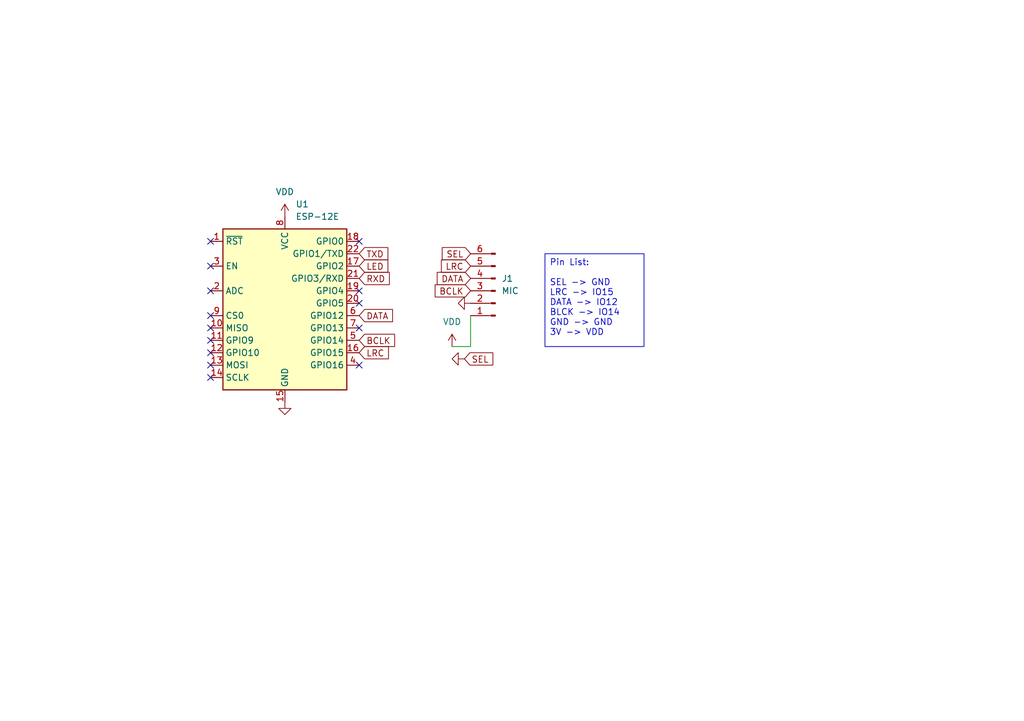
<source format=kicad_sch>
(kicad_sch (version 20230121) (generator eeschema)
  (paper "A5")
  (lib_symbols
    (symbol "Connector:Conn_01x06_Pin" (pin_names (offset 1.016) hide)
      (property "Reference" "J" (at 0 7.62 0))
      (property "Value" "Conn_01x06_Pin" (at 0 -10.16 0))
      (symbol "Conn_01x06_Pin_1_1"
        (polyline (pts (xy 1.27 -7.62) (xy 0.8636 -7.62)) (stroke (width 0.1524)))
        (polyline (pts (xy 1.27 -5.08) (xy 0.8636 -5.08)) (stroke (width 0.1524)))
        (polyline (pts (xy 1.27 -2.54) (xy 0.8636 -2.54)) (stroke (width 0.1524)))
        (polyline (pts (xy 1.27 0) (xy 0.8636 0)) (stroke (width 0.1524)))
        (polyline (pts (xy 1.27 2.54) (xy 0.8636 2.54)) (stroke (width 0.1524)))
        (polyline (pts (xy 1.27 5.08) (xy 0.8636 5.08)) (stroke (width 0.1524)))
        (rectangle (start 0.8636 -7.493) (end 0 -7.747) (stroke (width 0.1524)) (fill (type outline)))
        (rectangle (start 0.8636 -4.953) (end 0 -5.207) (stroke (width 0.1524)) (fill (type outline)))
        (rectangle (start 0.8636 -2.413) (end 0 -2.667) (stroke (width 0.1524)) (fill (type outline)))
        (rectangle (start 0.8636 0.127) (end 0 -0.127) (stroke (width 0.1524)) (fill (type outline)))
        (rectangle (start 0.8636 2.667) (end 0 2.413) (stroke (width 0.1524)) (fill (type outline)))
        (rectangle (start 0.8636 5.207) (end 0 4.953) (stroke (width 0.1524)) (fill (type outline)))
        (pin passive line (at 5.08 5.08 180) (length 3.81) (name "Pin_1") (number "1"))
        (pin passive line (at 5.08 2.54 180) (length 3.81) (name "Pin_2") (number "2"))
        (pin passive line (at 5.08 0 180) (length 3.81) (name "Pin_3") (number "3"))
        (pin passive line (at 5.08 -2.54 180) (length 3.81) (name "Pin_4") (number "4"))
        (pin passive line (at 5.08 -5.08 180) (length 3.81) (name "Pin_5") (number "5"))
        (pin passive line (at 5.08 -7.62 180) (length 3.81) (name "Pin_6") (number "6"))
      )
    )
    (symbol "RF_Module:ESP-12E"
      (property "Reference" "U" (at -12.7 19.05 0))
      (property "Value" "ESP-12E" (at 12.7 19.05 0))
      (symbol "ESP-12E_0_1"
        (rectangle (start -12.7 17.78) (end 12.7 -15.24) (stroke (width 0.254)) (fill (type background)))
      )
      (symbol "ESP-12E_1_1"
        (pin input line (at -15.24 15.24 0) (length 2.54) (name "~{RST}") (number "1"))
        (pin bidirectional line (at -15.24 -2.54 0) (length 2.54) (name "MISO") (number "10"))
        (pin bidirectional line (at -15.24 -5.08 0) (length 2.54) (name "GPIO9") (number "11"))
        (pin bidirectional line (at -15.24 -7.62 0) (length 2.54) (name "GPIO10") (number "12"))
        (pin bidirectional line (at -15.24 -10.16 0) (length 2.54) (name "MOSI") (number "13"))
        (pin bidirectional line (at -15.24 -12.7 0) (length 2.54) (name "SCLK") (number "14"))
        (pin power_in line (at 0 -17.78 90) (length 2.54) (name "GND") (number "15"))
        (pin bidirectional line (at 15.24 -7.62 180) (length 2.54) (name "GPIO15") (number "16"))
        (pin bidirectional line (at 15.24 10.16 180) (length 2.54) (name "GPIO2") (number "17"))
        (pin bidirectional line (at 15.24 15.24 180) (length 2.54) (name "GPIO0") (number "18"))
        (pin bidirectional line (at 15.24 5.08 180) (length 2.54) (name "GPIO4") (number "19"))
        (pin input line (at -15.24 5.08 0) (length 2.54) (name "ADC") (number "2"))
        (pin bidirectional line (at 15.24 2.54 180) (length 2.54) (name "GPIO5") (number "20"))
        (pin bidirectional line (at 15.24 7.62 180) (length 2.54) (name "GPIO3/RXD") (number "21"))
        (pin bidirectional line (at 15.24 12.7 180) (length 2.54) (name "GPIO1/TXD") (number "22"))
        (pin input line (at -15.24 10.16 0) (length 2.54) (name "EN") (number "3"))
        (pin bidirectional line (at 15.24 -10.16 180) (length 2.54) (name "GPIO16") (number "4"))
        (pin bidirectional line (at 15.24 -5.08 180) (length 2.54) (name "GPIO14") (number "5"))
        (pin bidirectional line (at 15.24 0 180) (length 2.54) (name "GPIO12") (number "6"))
        (pin bidirectional line (at 15.24 -2.54 180) (length 2.54) (name "GPIO13") (number "7"))
        (pin power_in line (at 0 20.32 270) (length 2.54) (name "VCC") (number "8"))
        (pin input line (at -15.24 0 0) (length 2.54) (name "CS0") (number "9"))
      )
    )
    (symbol "power:GND" (power) (pin_names (offset 0))
      (property "Value" "GND" (at 0 -3.81 0))
      (symbol "GND_0_1"
        (polyline (pts (xy 0 0) (xy 0 -1.27) (xy 1.27 -1.27) (xy 0 -2.54) (xy -1.27 -1.27) (xy 0 -1.27)))
      )
      (symbol "GND_1_1"
        (pin power_in line (at 0 0 270) (length 0) hide (name "GND") (number "1"))
      )
    )
    (symbol "power:VDD" (power) (pin_names (offset 0))
      (property "Value" "VDD" (at 0 3.81 0))
      (symbol "VDD_0_1"
        (polyline (pts (xy -0.762 1.27) (xy 0 2.54)))
        (polyline (pts (xy 0 0) (xy 0 2.54)))
        (polyline (pts (xy 0 2.54) (xy 0.762 1.27)))
      )
      (symbol "VDD_1_1"
        (pin power_in line (at 0 0 90) (length 0) hide (name "VDD") (number "1"))
      )
    )
  )
  (no_connect (at 43.18 72.39))
  (no_connect (at 43.18 77.47))
  (no_connect (at 43.18 49.53))
  (no_connect (at 73.66 74.93))
  (no_connect (at 43.18 54.61))
  (no_connect (at 43.18 67.31))
  (no_connect (at 73.66 49.53))
  (no_connect (at 73.66 59.69))
  (no_connect (at 73.66 67.31))
  (no_connect (at 43.18 59.69))
  (no_connect (at 73.66 62.23))
  (no_connect (at 43.18 64.77))
  (no_connect (at 43.18 74.93))
  (no_connect (at 43.18 69.85))
  (wire (pts (xy 96.52 64.77) (xy 96.52 71.12)))
  (wire (pts (xy 96.52 71.12) (xy 92.71 71.12)))
  (text_box "Pin List:\n\nSEL -> GND\nLRC -> IO15\nDATA -> IO12\nBLCK -> IO14\nGND -> GND\n3V -> VDD\n" (at 111.76 52.07 0) (size 20.32 19.05) (effects (font (size 1.27 1.27)) (justify left top)))
  (global_label "LRC" (shape input) (at 73.66 72.39 0) (property "Intersheetrefs" "${INTERSHEET_REFS}" (effects hide)))
  (global_label "SEL" (shape input) (at 95.25 73.66 0) (property "Intersheetrefs" "${INTERSHEET_REFS}" (effects hide)))
  (global_label "BCLK" (shape input) (at 96.52 59.69 180) (property "Intersheetrefs" "${INTERSHEET_REFS}" (effects hide)))
  (global_label "LRC" (shape input) (at 96.52 54.61 180) (property "Intersheetrefs" "${INTERSHEET_REFS}" (effects hide)))
  (global_label "DATA" (shape input) (at 73.66 64.77 0) (property "Intersheetrefs" "${INTERSHEET_REFS}" (effects hide)))
  (global_label "RXD" (shape input) (at 73.66 57.15 0) (property "Intersheetrefs" "${INTERSHEET_REFS}" (effects hide)))
  (global_label "SEL" (shape input) (at 96.52 52.07 180) (property "Intersheetrefs" "${INTERSHEET_REFS}" (effects hide)))
  (global_label "BCLK" (shape input) (at 73.66 69.85 0) (property "Intersheetrefs" "${INTERSHEET_REFS}" (effects hide)))
  (global_label "LED" (shape input) (at 73.66 54.61 0) (property "Intersheetrefs" "${INTERSHEET_REFS}" (effects hide)))
  (global_label "DATA" (shape input) (at 96.52 57.15 180) (property "Intersheetrefs" "${INTERSHEET_REFS}" (effects hide)))
  (global_label "TXD" (shape input) (at 73.66 52.07 0) (property "Intersheetrefs" "${INTERSHEET_REFS}" (effects hide)))
  (symbol (lib_id "power:GND") (at 95.25 73.66 270) (unit 1)
    (property "Reference" "#PWR05" (effects hide))
    (property "Value" "GND" (effects hide))
  )
  (symbol (lib_id "power:GND") (at 96.52 62.23 270) (unit 1)
    (property "Reference" "#PWR03" (effects hide))
    (property "Value" "GND" (effects hide))
  )
  (symbol (lib_id "power:VDD") (at 58.42 44.45 0) (unit 1)
    (property "Reference" "#PWR01" (effects hide))
    (property "Value" "VDD" (at 58.42 39.37 0))
  )
  (symbol (lib_id "power:GND") (at 58.42 82.55 0) (unit 1)
    (property "Reference" "#PWR02" (effects hide))
    (property "Value" "GND" (effects hide))
  )
  (symbol (lib_id "RF_Module:ESP-12E") (at 58.42 64.77 0) (unit 1)
    (property "Reference" "U1" (at 60.6141 41.91 0) (effects (justify left)))
    (property "Value" "ESP-12E" (at 60.6141 44.45 0) (effects (justify left)))
    (property "Footprint" "RF_Module:ESP-12E" (effects hide))
    (property "Datasheet" "http://wiki.ai-thinker.com/_media/esp8266/esp8266_series_modules_user_manual_v1.1.pdf" (effects hide))
  )
  (symbol (lib_id "Connector:Conn_01x06_Pin") (at 101.6 59.69 180) (unit 1)
    (property "Reference" "J1" (at 102.87 57.15 0) (effects (justify right)))
    (property "Value" "MIC" (at 102.87 59.69 0) (effects (justify right)))
  )
  (symbol (lib_id "power:VDD") (at 92.71 71.12 0) (unit 1)
    (property "Reference" "#PWR04" (effects hide))
    (property "Value" "VDD" (at 92.71 66.04 0))
  )
)
</source>
